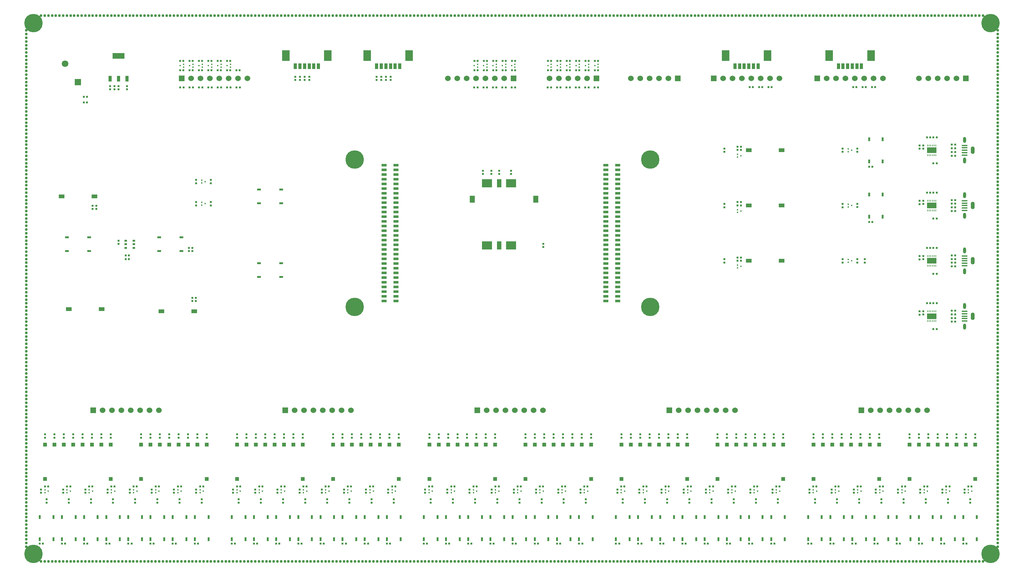
<source format=gbr>
%TF.GenerationSoftware,Altium Limited,Altium Designer,20.0.13 (296)*%
G04 Layer_Color=255*
%FSLAX26Y26*%
%MOIN*%
%TF.FileFunction,Pads,Top*%
%TF.Part,Single*%
G01*
G75*
%TA.AperFunction,SMDPad,CuDef*%
%ADD10R,0.018504X0.020472*%
%ADD11R,0.020472X0.018504*%
%ADD12R,0.023622X0.019685*%
%ADD13R,0.015748X0.015748*%
%ADD14R,0.015748X0.015748*%
%ADD15R,0.059055X0.043307*%
%ADD16R,0.031496X0.019685*%
%ADD17R,0.009842X0.019685*%
%ADD18R,0.098425X0.062992*%
%TA.AperFunction,ConnectorPad*%
%ADD19R,0.059055X0.017716*%
%TA.AperFunction,SMDPad,CuDef*%
%ADD20R,0.082677X0.118110*%
G04:AMPARAMS|DCode=21|XSize=62.992mil|YSize=31.89mil|CornerRadius=3.189mil|HoleSize=0mil|Usage=FLASHONLY|Rotation=270.000|XOffset=0mil|YOffset=0mil|HoleType=Round|Shape=RoundedRectangle|*
%AMROUNDEDRECTD21*
21,1,0.062992,0.025512,0,0,270.0*
21,1,0.056614,0.031890,0,0,270.0*
1,1,0.006378,-0.012756,-0.028307*
1,1,0.006378,-0.012756,0.028307*
1,1,0.006378,0.012756,0.028307*
1,1,0.006378,0.012756,-0.028307*
%
%ADD21ROUNDEDRECTD21*%
%ADD22R,0.039370X0.019685*%
%ADD23R,0.019685X0.023622*%
%ADD24R,0.037402X0.059055*%
%ADD25R,0.127953X0.059055*%
%ADD26R,0.057087X0.076772*%
%ADD27R,0.110236X0.086614*%
%ADD28R,0.047244X0.086614*%
%ADD29R,0.019685X0.039370*%
%TA.AperFunction,BGAPad,CuDef*%
%ADD30R,0.043307X0.043307*%
%TA.AperFunction,SMDPad,CuDef*%
%ADD31R,0.057870X0.029130*%
%TA.AperFunction,ComponentPad*%
%ADD35O,0.043307X0.078740*%
%ADD36O,0.031496X0.062992*%
%ADD37R,0.060000X0.060000*%
%ADD38C,0.060000*%
%ADD39R,0.070866X0.070866*%
%ADD40C,0.070866*%
%TA.AperFunction,ViaPad*%
%ADD41C,0.029528*%
%ADD42C,0.196850*%
D10*
X5256302Y228346D02*
D03*
X5222444D02*
D03*
X5492523D02*
D03*
X5458665D02*
D03*
X5728743D02*
D03*
X5694885D02*
D03*
X5964964D02*
D03*
X5931105D02*
D03*
X6358664D02*
D03*
X6324806D02*
D03*
X6594885D02*
D03*
X6561027D02*
D03*
X6831105D02*
D03*
X6797247D02*
D03*
X7067326D02*
D03*
X7033468D02*
D03*
X7303546D02*
D03*
X7269688D02*
D03*
X7539767D02*
D03*
X7505909D02*
D03*
X7775987D02*
D03*
X7742129D02*
D03*
X8012208D02*
D03*
X7978350D02*
D03*
X10059452D02*
D03*
X10025594D02*
D03*
X9823231D02*
D03*
X9789373D02*
D03*
X9587011D02*
D03*
X9553153D02*
D03*
X9350790D02*
D03*
X9316932D02*
D03*
X9114570D02*
D03*
X9080712D02*
D03*
X8878350D02*
D03*
X8844491D02*
D03*
X8642129D02*
D03*
X8608271D02*
D03*
X8405909D02*
D03*
X8372050D02*
D03*
X1098425Y3267716D02*
D03*
X1132283D02*
D03*
X1098425Y3307087D02*
D03*
X1132283D02*
D03*
X9055512Y3661417D02*
D03*
X9021654D02*
D03*
X9055512Y4251968D02*
D03*
X9021654D02*
D03*
X9904331Y2598425D02*
D03*
X9938189D02*
D03*
Y2637795D02*
D03*
X9904331D02*
D03*
Y2677165D02*
D03*
X9938189D02*
D03*
X9904331Y2716535D02*
D03*
X9938189D02*
D03*
X9904331Y3188976D02*
D03*
X9938189D02*
D03*
Y3228347D02*
D03*
X9904331D02*
D03*
Y3267716D02*
D03*
X9938189D02*
D03*
X9904331Y3307087D02*
D03*
X9938189D02*
D03*
X9904331Y3779528D02*
D03*
X9938189D02*
D03*
Y3818898D02*
D03*
X9904331D02*
D03*
Y3858268D02*
D03*
X9938189D02*
D03*
X9904331Y3897638D02*
D03*
X9938189D02*
D03*
X9741929Y3700787D02*
D03*
X9708071D02*
D03*
X9741929Y3110236D02*
D03*
X9708071D02*
D03*
X9741929Y2519685D02*
D03*
X9708071D02*
D03*
X9741929Y2795276D02*
D03*
X9708071D02*
D03*
X9741929Y3385827D02*
D03*
X9708071D02*
D03*
X9741929Y3976378D02*
D03*
X9708071D02*
D03*
X9673898D02*
D03*
X9640039D02*
D03*
X9673898Y3385827D02*
D03*
X9640039D02*
D03*
X9673898Y2795276D02*
D03*
X9640039D02*
D03*
X9741929Y4291339D02*
D03*
X9708071D02*
D03*
X9741929Y4566929D02*
D03*
X9708071D02*
D03*
X9673898D02*
D03*
X9640039D02*
D03*
X9904331Y4370079D02*
D03*
X9938189D02*
D03*
Y4409449D02*
D03*
X9904331D02*
D03*
Y4448819D02*
D03*
X9938189D02*
D03*
X9904331Y4488189D02*
D03*
X9938189D02*
D03*
X7749606Y5103028D02*
D03*
X7783465D02*
D03*
X7849606D02*
D03*
X7883465D02*
D03*
X7949606D02*
D03*
X7983465D02*
D03*
X1680315Y5381929D02*
D03*
X1714173D02*
D03*
X1680315Y5281929D02*
D03*
X1714173D02*
D03*
X3264173Y838740D02*
D03*
X3230315D02*
D03*
X3500394D02*
D03*
X3466535D02*
D03*
X3736614D02*
D03*
X3702756D02*
D03*
X3972835D02*
D03*
X3938976D02*
D03*
X2319291D02*
D03*
X2285433D02*
D03*
X2555512D02*
D03*
X2521654D02*
D03*
X2791732D02*
D03*
X2757874D02*
D03*
X3027953D02*
D03*
X2994095D02*
D03*
X5311417D02*
D03*
X5277559D02*
D03*
X5547638D02*
D03*
X5513780D02*
D03*
X5783858D02*
D03*
X5750000D02*
D03*
X6020079D02*
D03*
X5986221D02*
D03*
X4366535D02*
D03*
X4332677D02*
D03*
X4602756D02*
D03*
X4568898D02*
D03*
X4838976D02*
D03*
X4805118D02*
D03*
X5075197D02*
D03*
X5041339D02*
D03*
X7358661D02*
D03*
X7324803D02*
D03*
X7594882D02*
D03*
X7561024D02*
D03*
X7831102D02*
D03*
X7797244D02*
D03*
X8067323D02*
D03*
X8033465D02*
D03*
X6413779D02*
D03*
X6379921D02*
D03*
X6650000D02*
D03*
X6616142D02*
D03*
X6886220D02*
D03*
X6852362D02*
D03*
X7122441D02*
D03*
X7088583D02*
D03*
X9405906D02*
D03*
X9372047D02*
D03*
X9642126D02*
D03*
X9608268D02*
D03*
X9878346D02*
D03*
X9844488D02*
D03*
X10114567D02*
D03*
X10080709D02*
D03*
X8461024D02*
D03*
X8427165D02*
D03*
X8697244D02*
D03*
X8663386D02*
D03*
X8933465D02*
D03*
X8899606D02*
D03*
X9169685D02*
D03*
X9135827D02*
D03*
X508268D02*
D03*
X474409D02*
D03*
X744488D02*
D03*
X710630D02*
D03*
X980709D02*
D03*
X946850D02*
D03*
X1216929D02*
D03*
X1183071D02*
D03*
X1453150D02*
D03*
X1419291D02*
D03*
X1689370D02*
D03*
X1655512D02*
D03*
X1925591D02*
D03*
X1891732D02*
D03*
X272835D02*
D03*
X238976D02*
D03*
X2230318Y228346D02*
D03*
X2264176D02*
D03*
X2466539D02*
D03*
X2500397D02*
D03*
X2702759D02*
D03*
X2736617D02*
D03*
X2938979D02*
D03*
X2972838D02*
D03*
X3175200D02*
D03*
X3209058D02*
D03*
X3411421D02*
D03*
X3445279D02*
D03*
X3647641D02*
D03*
X3681499D02*
D03*
X3883861D02*
D03*
X3917720D02*
D03*
X4277562D02*
D03*
X4311420D02*
D03*
X4513783D02*
D03*
X4547641D02*
D03*
X4750003D02*
D03*
X4783861D02*
D03*
X4986224D02*
D03*
X5020082D02*
D03*
X419291D02*
D03*
X453150D02*
D03*
X655512D02*
D03*
X689370D02*
D03*
X891732D02*
D03*
X925591D02*
D03*
X1127953D02*
D03*
X1161811D02*
D03*
X1364173D02*
D03*
X1398032D02*
D03*
X1600394D02*
D03*
X1634252D02*
D03*
X1836614D02*
D03*
X1870472D02*
D03*
X183071D02*
D03*
X216929D02*
D03*
X5214961Y5381929D02*
D03*
X5248819D02*
D03*
X4914961D02*
D03*
X4948819D02*
D03*
X4814961D02*
D03*
X4848819D02*
D03*
X5214961Y5281929D02*
D03*
X5248819D02*
D03*
X4914961D02*
D03*
X4948819D02*
D03*
X4814961D02*
D03*
X4848819D02*
D03*
X5014961Y5381929D02*
D03*
X5048819D02*
D03*
X5114961D02*
D03*
X5148819D02*
D03*
X5014961Y5281929D02*
D03*
X5048819D02*
D03*
X5114961D02*
D03*
X5148819D02*
D03*
X1880315Y5381929D02*
D03*
X1914173D02*
D03*
X1780315Y5381929D02*
D03*
X1814173D02*
D03*
X686220Y5000000D02*
D03*
X652362D02*
D03*
X1880315Y5281929D02*
D03*
X1914173D02*
D03*
X1780315D02*
D03*
X1814173D02*
D03*
X2180315Y5381929D02*
D03*
X2214173D02*
D03*
X2080315D02*
D03*
X2114173D02*
D03*
X1980315D02*
D03*
X2014173D02*
D03*
X2314173Y5281929D02*
D03*
X2280315D02*
D03*
X2180315D02*
D03*
X2214173D02*
D03*
X2080315D02*
D03*
X2114173D02*
D03*
X1980315D02*
D03*
X2014173D02*
D03*
X5899213Y5381929D02*
D03*
X5933071D02*
D03*
X5999213D02*
D03*
X6033071D02*
D03*
X6099213D02*
D03*
X6133071D02*
D03*
X5899213Y5281929D02*
D03*
X5933071D02*
D03*
X5999213D02*
D03*
X6033071D02*
D03*
X6099213D02*
D03*
X6133071D02*
D03*
X5599213Y5381929D02*
D03*
X5633071D02*
D03*
X5699213D02*
D03*
X5733071D02*
D03*
X5799213D02*
D03*
X5833071D02*
D03*
X5599213Y5281929D02*
D03*
X5633071D02*
D03*
X5699213D02*
D03*
X5733071D02*
D03*
X5799213D02*
D03*
X5833071D02*
D03*
X8951969Y5103028D02*
D03*
X8985827D02*
D03*
X9051969D02*
D03*
X9085827D02*
D03*
X8851969D02*
D03*
X8885827D02*
D03*
D11*
X1811024Y3352362D02*
D03*
Y3386220D02*
D03*
X1771653D02*
D03*
Y3352362D02*
D03*
X2007874Y3875197D02*
D03*
Y3841339D02*
D03*
Y4111417D02*
D03*
Y4077559D02*
D03*
X746457Y3835827D02*
D03*
Y3801968D02*
D03*
X785039D02*
D03*
Y3835827D02*
D03*
X1023622Y3428740D02*
D03*
Y3462599D02*
D03*
X7655118Y3250787D02*
D03*
Y3284646D02*
D03*
X7619685D02*
D03*
Y3250787D02*
D03*
X7655118Y3841339D02*
D03*
Y3875197D02*
D03*
X7619685D02*
D03*
Y3841339D02*
D03*
X7655118Y4431890D02*
D03*
Y4465748D02*
D03*
X7619685D02*
D03*
Y4431890D02*
D03*
X8897638Y3231102D02*
D03*
Y3264961D02*
D03*
X8976378D02*
D03*
Y3231102D02*
D03*
X8897638Y3821654D02*
D03*
Y3855512D02*
D03*
Y4412205D02*
D03*
Y4446063D02*
D03*
X9600000Y2674803D02*
D03*
Y2708661D02*
D03*
Y3265354D02*
D03*
Y3299213D02*
D03*
Y3855906D02*
D03*
Y3889764D02*
D03*
Y4446457D02*
D03*
Y4480315D02*
D03*
X3872457Y5179921D02*
D03*
Y5213780D02*
D03*
X3823244Y5179921D02*
D03*
Y5213780D02*
D03*
X3774032Y5179921D02*
D03*
Y5213780D02*
D03*
X3006315Y5179921D02*
D03*
Y5213780D02*
D03*
X2957102Y5179921D02*
D03*
Y5213780D02*
D03*
X2907890Y5179921D02*
D03*
Y5213780D02*
D03*
X1848032Y2851929D02*
D03*
Y2818071D02*
D03*
X1809449D02*
D03*
Y2851929D02*
D03*
X1114173Y5078012D02*
D03*
Y5111870D02*
D03*
X1023622D02*
D03*
Y5078012D02*
D03*
X978346D02*
D03*
Y5111870D02*
D03*
X933071Y5078012D02*
D03*
Y5111870D02*
D03*
X5551102Y3397126D02*
D03*
Y3430984D02*
D03*
X4906221Y4176654D02*
D03*
Y4210512D02*
D03*
X4995984Y4176654D02*
D03*
Y4210512D02*
D03*
X5078661Y4176654D02*
D03*
Y4210512D02*
D03*
X5206221Y4176654D02*
D03*
Y4210512D02*
D03*
X3188976Y771811D02*
D03*
Y805669D02*
D03*
X3425197Y771811D02*
D03*
Y805669D02*
D03*
X3661417Y771811D02*
D03*
Y805669D02*
D03*
X3897638Y771811D02*
D03*
Y805669D02*
D03*
X2244095Y771811D02*
D03*
Y805669D02*
D03*
X2480315Y771811D02*
D03*
Y805669D02*
D03*
X2716535Y771811D02*
D03*
Y805669D02*
D03*
X2952756Y771811D02*
D03*
Y805669D02*
D03*
X5236221Y771811D02*
D03*
Y805669D02*
D03*
X5472441Y771811D02*
D03*
Y805669D02*
D03*
X5708661Y771811D02*
D03*
Y805669D02*
D03*
X5944882Y771811D02*
D03*
Y805669D02*
D03*
X4291339Y771811D02*
D03*
Y805669D02*
D03*
X4527559Y771811D02*
D03*
Y805669D02*
D03*
X4763779Y771811D02*
D03*
Y805669D02*
D03*
X5000000Y771811D02*
D03*
Y805669D02*
D03*
X7283465Y771811D02*
D03*
Y805669D02*
D03*
X7519685Y771811D02*
D03*
Y805669D02*
D03*
X7755905Y771811D02*
D03*
Y805669D02*
D03*
X7992126Y771811D02*
D03*
Y805669D02*
D03*
X6338583Y771811D02*
D03*
Y805669D02*
D03*
X6574803Y771811D02*
D03*
Y805669D02*
D03*
X6811024Y771811D02*
D03*
Y805669D02*
D03*
X7047244Y771811D02*
D03*
Y805669D02*
D03*
X9330709Y771811D02*
D03*
Y805669D02*
D03*
X9566929Y771811D02*
D03*
Y805669D02*
D03*
X9803150Y771811D02*
D03*
Y805669D02*
D03*
X10039370Y771811D02*
D03*
Y805669D02*
D03*
X8385827Y771811D02*
D03*
Y805669D02*
D03*
X8622047Y771811D02*
D03*
Y805669D02*
D03*
X8858268Y771811D02*
D03*
Y805669D02*
D03*
X9094488Y771811D02*
D03*
Y805669D02*
D03*
X433071Y771811D02*
D03*
Y805669D02*
D03*
X669291Y771811D02*
D03*
Y805669D02*
D03*
X905512Y771811D02*
D03*
Y805669D02*
D03*
X1141732Y771811D02*
D03*
Y805669D02*
D03*
X1377953Y771811D02*
D03*
Y805669D02*
D03*
X1614173Y771811D02*
D03*
Y805669D02*
D03*
X1850394Y771811D02*
D03*
Y805669D02*
D03*
X196850Y771811D02*
D03*
Y805669D02*
D03*
X10153150Y1361024D02*
D03*
Y1394882D02*
D03*
X10053150Y1361024D02*
D03*
Y1394882D02*
D03*
X9953150Y1361024D02*
D03*
Y1394882D02*
D03*
X9853150Y1361024D02*
D03*
Y1394882D02*
D03*
X9753150Y1361024D02*
D03*
Y1394882D02*
D03*
X9653150Y1361024D02*
D03*
Y1394882D02*
D03*
X9553150Y1361024D02*
D03*
Y1394882D02*
D03*
X9453150Y1361024D02*
D03*
Y1394882D02*
D03*
X7405905Y1361024D02*
D03*
Y1394882D02*
D03*
X7505905Y1361024D02*
D03*
Y1394882D02*
D03*
X7605905Y1361024D02*
D03*
Y1394882D02*
D03*
X7705905Y1361024D02*
D03*
Y1394882D02*
D03*
X7805905Y1361024D02*
D03*
Y1394882D02*
D03*
X7905905Y1361024D02*
D03*
Y1394882D02*
D03*
X8005905Y1361024D02*
D03*
Y1394882D02*
D03*
X8105905Y1361024D02*
D03*
Y1394882D02*
D03*
X5358661Y1361024D02*
D03*
Y1394882D02*
D03*
X5458661Y1361024D02*
D03*
Y1394882D02*
D03*
X5558661Y1361024D02*
D03*
Y1394882D02*
D03*
X5658661Y1361024D02*
D03*
Y1394882D02*
D03*
X5758661Y1361024D02*
D03*
Y1394882D02*
D03*
X5858661Y1361024D02*
D03*
Y1394882D02*
D03*
X5958661Y1361024D02*
D03*
Y1394882D02*
D03*
X6058661Y1361024D02*
D03*
Y1394882D02*
D03*
X3311417Y1361024D02*
D03*
Y1394882D02*
D03*
X3411417Y1361024D02*
D03*
Y1394882D02*
D03*
X3511417Y1361024D02*
D03*
Y1394882D02*
D03*
X3611417Y1361024D02*
D03*
Y1394882D02*
D03*
X3711417Y1361024D02*
D03*
Y1394882D02*
D03*
X3811417Y1361024D02*
D03*
Y1394882D02*
D03*
X3911417Y1361024D02*
D03*
Y1394882D02*
D03*
X4011417Y1361024D02*
D03*
Y1394882D02*
D03*
X9129528Y1361024D02*
D03*
Y1394882D02*
D03*
X9029528Y1361024D02*
D03*
Y1394882D02*
D03*
X8929528Y1361024D02*
D03*
Y1394882D02*
D03*
X8829528Y1361024D02*
D03*
Y1394882D02*
D03*
X8729528Y1361024D02*
D03*
Y1394882D02*
D03*
X8629528Y1361024D02*
D03*
Y1394882D02*
D03*
X8529528Y1361024D02*
D03*
Y1394882D02*
D03*
X8429528Y1361024D02*
D03*
Y1394882D02*
D03*
X7082283Y1361024D02*
D03*
Y1394882D02*
D03*
X6982283Y1361024D02*
D03*
Y1394882D02*
D03*
X6882283Y1361024D02*
D03*
Y1394882D02*
D03*
X6782283Y1361024D02*
D03*
Y1394882D02*
D03*
X6682283Y1361024D02*
D03*
Y1394882D02*
D03*
X6582283Y1361024D02*
D03*
Y1394882D02*
D03*
X6482283Y1361024D02*
D03*
Y1394882D02*
D03*
X6382283Y1361024D02*
D03*
Y1394882D02*
D03*
X5035039Y1361024D02*
D03*
Y1394882D02*
D03*
X4935039Y1361024D02*
D03*
Y1394882D02*
D03*
X4835039Y1361024D02*
D03*
Y1394882D02*
D03*
X4735039Y1361024D02*
D03*
Y1394882D02*
D03*
X4635039Y1361024D02*
D03*
Y1394882D02*
D03*
X4535039Y1361024D02*
D03*
Y1394882D02*
D03*
X4435039Y1361024D02*
D03*
Y1394882D02*
D03*
X4335039Y1361024D02*
D03*
Y1394882D02*
D03*
X2287795Y1361024D02*
D03*
Y1394882D02*
D03*
X2387795Y1361024D02*
D03*
Y1394882D02*
D03*
X2487795Y1361024D02*
D03*
Y1394882D02*
D03*
X2587795Y1361024D02*
D03*
Y1394882D02*
D03*
X2687795Y1361024D02*
D03*
Y1394882D02*
D03*
X2787795Y1361024D02*
D03*
Y1394882D02*
D03*
X2887795Y1361024D02*
D03*
Y1394882D02*
D03*
X2987795Y1361024D02*
D03*
Y1394882D02*
D03*
X1264173Y1361024D02*
D03*
Y1394882D02*
D03*
X1364173Y1361024D02*
D03*
Y1394882D02*
D03*
X1464173Y1361024D02*
D03*
Y1394882D02*
D03*
X1564173Y1361024D02*
D03*
Y1394882D02*
D03*
X1664173Y1361024D02*
D03*
Y1394882D02*
D03*
X1764173Y1361024D02*
D03*
Y1394882D02*
D03*
X1864173Y1361024D02*
D03*
Y1394882D02*
D03*
X1964173Y1361024D02*
D03*
Y1394882D02*
D03*
X940000Y1361024D02*
D03*
Y1394882D02*
D03*
X840000Y1361024D02*
D03*
Y1394882D02*
D03*
X740000Y1361024D02*
D03*
Y1394882D02*
D03*
X640000Y1361024D02*
D03*
Y1394882D02*
D03*
X540000Y1361024D02*
D03*
Y1394882D02*
D03*
X440000Y1361024D02*
D03*
Y1394882D02*
D03*
X340000Y1361024D02*
D03*
Y1394882D02*
D03*
X240000Y1361024D02*
D03*
Y1394882D02*
D03*
D12*
X1850394Y3875197D02*
D03*
Y3839764D02*
D03*
Y4112205D02*
D03*
Y4076772D02*
D03*
X7480315Y3230315D02*
D03*
Y3265748D02*
D03*
Y3820866D02*
D03*
Y3856299D02*
D03*
Y4411417D02*
D03*
Y4446850D02*
D03*
X8740157Y3230315D02*
D03*
Y3265748D02*
D03*
Y3820866D02*
D03*
Y3856299D02*
D03*
Y4411417D02*
D03*
Y4446850D02*
D03*
X9560000Y2708661D02*
D03*
Y2673228D02*
D03*
Y3299213D02*
D03*
Y3263780D02*
D03*
Y3889764D02*
D03*
Y3854331D02*
D03*
Y4480315D02*
D03*
Y4444882D02*
D03*
X3921669Y5178347D02*
D03*
Y5213780D02*
D03*
X3055528Y5178347D02*
D03*
Y5213780D02*
D03*
X9389764Y702716D02*
D03*
Y667284D02*
D03*
X9625984Y702716D02*
D03*
Y667284D02*
D03*
X9862205Y702716D02*
D03*
Y667284D02*
D03*
X10098425Y702716D02*
D03*
Y667284D02*
D03*
X8444882Y702716D02*
D03*
Y667284D02*
D03*
X8681102Y702716D02*
D03*
Y667284D02*
D03*
X8917323Y702716D02*
D03*
Y667284D02*
D03*
X9153543Y702716D02*
D03*
Y667284D02*
D03*
X7342520Y702716D02*
D03*
Y667284D02*
D03*
X7578740Y702716D02*
D03*
Y667284D02*
D03*
X7814961Y702716D02*
D03*
Y667284D02*
D03*
X8051181Y702716D02*
D03*
Y667284D02*
D03*
X6397638Y702716D02*
D03*
Y667284D02*
D03*
X6633858Y702716D02*
D03*
Y667284D02*
D03*
X6870079Y702716D02*
D03*
Y667284D02*
D03*
X7106299Y702716D02*
D03*
Y667284D02*
D03*
X5295276Y702716D02*
D03*
Y667284D02*
D03*
X5531496Y702716D02*
D03*
Y667284D02*
D03*
X5767717Y702716D02*
D03*
Y667284D02*
D03*
X6003937Y702716D02*
D03*
Y667284D02*
D03*
X4350394Y702716D02*
D03*
Y667284D02*
D03*
X4586614Y702716D02*
D03*
Y667284D02*
D03*
X4822835Y702716D02*
D03*
Y667284D02*
D03*
X5059055Y702716D02*
D03*
Y667284D02*
D03*
X3248032Y702716D02*
D03*
Y667284D02*
D03*
X3484252Y702716D02*
D03*
Y667284D02*
D03*
X3720472Y702716D02*
D03*
Y667284D02*
D03*
X3956693Y702716D02*
D03*
Y667284D02*
D03*
X2303150Y702716D02*
D03*
Y667284D02*
D03*
X2539370Y702716D02*
D03*
Y667284D02*
D03*
X2775590Y702716D02*
D03*
Y667284D02*
D03*
X3011811Y702716D02*
D03*
Y667284D02*
D03*
X492126Y702716D02*
D03*
Y667284D02*
D03*
X728346Y702716D02*
D03*
Y667284D02*
D03*
X964567Y702716D02*
D03*
Y667284D02*
D03*
X1200787Y702716D02*
D03*
Y667284D02*
D03*
X1437008Y702716D02*
D03*
Y667284D02*
D03*
X1673228Y702716D02*
D03*
Y667284D02*
D03*
X1909449Y702716D02*
D03*
Y667284D02*
D03*
X255905Y702716D02*
D03*
Y667284D02*
D03*
D13*
X1946850Y3858268D02*
D03*
Y4094488D02*
D03*
X7655512Y3188976D02*
D03*
Y3779528D02*
D03*
Y4370079D02*
D03*
X8836614Y3248032D02*
D03*
Y3838583D02*
D03*
Y4429134D02*
D03*
X1679528Y5331929D02*
D03*
X3265748Y788740D02*
D03*
X3501968D02*
D03*
X3738189D02*
D03*
X3974409D02*
D03*
X2320866D02*
D03*
X2557087D02*
D03*
X2793307D02*
D03*
X3029528D02*
D03*
X5312992D02*
D03*
X5549213D02*
D03*
X5785433D02*
D03*
X6021654D02*
D03*
X4368110D02*
D03*
X4604331D02*
D03*
X4840551D02*
D03*
X5076772D02*
D03*
X7360236D02*
D03*
X7596457D02*
D03*
X7832677D02*
D03*
X8068898D02*
D03*
X6415354D02*
D03*
X6651575D02*
D03*
X6887795D02*
D03*
X7124016D02*
D03*
X9407480D02*
D03*
X9643701D02*
D03*
X9879921D02*
D03*
X10116142D02*
D03*
X8462598D02*
D03*
X8698819D02*
D03*
X8935039D02*
D03*
X9171260D02*
D03*
X509842D02*
D03*
X746063D02*
D03*
X982283D02*
D03*
X1218504D02*
D03*
X1454724D02*
D03*
X1690945D02*
D03*
X1927165D02*
D03*
X273622D02*
D03*
X5212323Y5331929D02*
D03*
X4914173D02*
D03*
X4814173D02*
D03*
X5014173D02*
D03*
X5114173D02*
D03*
X1879528D02*
D03*
X1779528D02*
D03*
X2179528D02*
D03*
X2079528D02*
D03*
X1979528D02*
D03*
X5898425D02*
D03*
X5998425D02*
D03*
X6098425D02*
D03*
X5598425D02*
D03*
X5698425D02*
D03*
X5798425D02*
D03*
D14*
X1911417Y3843504D02*
D03*
Y3873032D02*
D03*
Y4079724D02*
D03*
Y4109252D02*
D03*
X7620079Y3203740D02*
D03*
Y3174213D02*
D03*
Y3794291D02*
D03*
Y3764764D02*
D03*
Y4384842D02*
D03*
Y4355315D02*
D03*
X8801181Y3262795D02*
D03*
Y3233268D02*
D03*
Y3853347D02*
D03*
Y3823819D02*
D03*
Y4443898D02*
D03*
Y4414370D02*
D03*
X1714961Y5317165D02*
D03*
Y5346693D02*
D03*
X3230315Y803504D02*
D03*
Y773976D02*
D03*
X3466535Y803504D02*
D03*
Y773976D02*
D03*
X3702756Y803504D02*
D03*
Y773976D02*
D03*
X3938976Y803504D02*
D03*
Y773976D02*
D03*
X2285433Y803504D02*
D03*
Y773976D02*
D03*
X2521654Y803504D02*
D03*
Y773976D02*
D03*
X2757874Y803504D02*
D03*
Y773976D02*
D03*
X2994095Y803504D02*
D03*
Y773976D02*
D03*
X5277559Y803504D02*
D03*
Y773976D02*
D03*
X5513780Y803504D02*
D03*
Y773976D02*
D03*
X5750000Y803504D02*
D03*
Y773976D02*
D03*
X5986221Y803504D02*
D03*
Y773976D02*
D03*
X4332677Y803504D02*
D03*
Y773976D02*
D03*
X4568898Y803504D02*
D03*
Y773976D02*
D03*
X4805118Y803504D02*
D03*
Y773976D02*
D03*
X5041339Y803504D02*
D03*
Y773976D02*
D03*
X7324803Y803504D02*
D03*
Y773976D02*
D03*
X7561024Y803504D02*
D03*
Y773976D02*
D03*
X7797244Y803504D02*
D03*
Y773976D02*
D03*
X8033465Y803504D02*
D03*
Y773976D02*
D03*
X6379921Y803504D02*
D03*
Y773976D02*
D03*
X6616142Y803504D02*
D03*
Y773976D02*
D03*
X6852362Y803504D02*
D03*
Y773976D02*
D03*
X7088583Y803504D02*
D03*
Y773976D02*
D03*
X9372047Y803504D02*
D03*
Y773976D02*
D03*
X9608268Y803504D02*
D03*
Y773976D02*
D03*
X9844488Y803504D02*
D03*
Y773976D02*
D03*
X10080709Y803504D02*
D03*
Y773976D02*
D03*
X8427165Y803504D02*
D03*
Y773976D02*
D03*
X8663386Y803504D02*
D03*
Y773976D02*
D03*
X8899606Y803504D02*
D03*
Y773976D02*
D03*
X9135827Y803504D02*
D03*
Y773976D02*
D03*
X474409Y803504D02*
D03*
Y773976D02*
D03*
X710630Y803504D02*
D03*
Y773976D02*
D03*
X946850Y803504D02*
D03*
Y773976D02*
D03*
X1183071Y803504D02*
D03*
Y773976D02*
D03*
X1419291Y803504D02*
D03*
Y773976D02*
D03*
X1655512Y803504D02*
D03*
Y773976D02*
D03*
X1891732Y803504D02*
D03*
Y773976D02*
D03*
X238189Y803504D02*
D03*
Y773976D02*
D03*
X5247756Y5317165D02*
D03*
Y5346693D02*
D03*
X4949606Y5317165D02*
D03*
Y5346693D02*
D03*
X4849606Y5317165D02*
D03*
Y5346693D02*
D03*
X5049606Y5317165D02*
D03*
Y5346693D02*
D03*
X5149606Y5317165D02*
D03*
Y5346693D02*
D03*
X1914961Y5317165D02*
D03*
Y5346693D02*
D03*
X1814961Y5317165D02*
D03*
Y5346693D02*
D03*
X2214961Y5317165D02*
D03*
Y5346693D02*
D03*
X2114961Y5317165D02*
D03*
Y5346693D02*
D03*
X2014961Y5317165D02*
D03*
Y5346693D02*
D03*
X5933858Y5317165D02*
D03*
Y5346693D02*
D03*
X6033858Y5317165D02*
D03*
Y5346693D02*
D03*
X6133858Y5317165D02*
D03*
Y5346693D02*
D03*
X5633858Y5317165D02*
D03*
Y5346693D02*
D03*
X5733858Y5317165D02*
D03*
Y5346693D02*
D03*
X5833858Y5317165D02*
D03*
Y5346693D02*
D03*
D15*
X415354Y3937008D02*
D03*
X765748D02*
D03*
X7738189Y3248032D02*
D03*
X8088583D02*
D03*
X7738189Y3838583D02*
D03*
X8088583D02*
D03*
X7738189Y4429134D02*
D03*
X8088583D02*
D03*
X844488Y2731457D02*
D03*
X494094D02*
D03*
X1828740Y2710000D02*
D03*
X1478346D02*
D03*
D16*
X1185039Y3425197D02*
D03*
Y3462599D02*
D03*
Y3387795D02*
D03*
X1098425D02*
D03*
Y3425197D02*
D03*
Y3462599D02*
D03*
D17*
X9698858Y3787402D02*
D03*
X9716575D02*
D03*
X9734291D02*
D03*
X9681142D02*
D03*
X9663425D02*
D03*
X9645709D02*
D03*
X9698858Y3889764D02*
D03*
X9716575D02*
D03*
X9734291D02*
D03*
X9681142D02*
D03*
X9663425D02*
D03*
X9645709D02*
D03*
X9698858Y3196850D02*
D03*
X9716575D02*
D03*
X9734291D02*
D03*
X9681142D02*
D03*
X9663425D02*
D03*
X9645709D02*
D03*
X9698858Y3299213D02*
D03*
X9716575D02*
D03*
X9734291D02*
D03*
X9681142D02*
D03*
X9663425D02*
D03*
X9645709D02*
D03*
X9698858Y2606299D02*
D03*
X9716575D02*
D03*
X9734291D02*
D03*
X9681142D02*
D03*
X9663425D02*
D03*
X9645709D02*
D03*
X9698858Y2708661D02*
D03*
X9716575D02*
D03*
X9734291D02*
D03*
X9681142D02*
D03*
X9663425D02*
D03*
X9645709D02*
D03*
X9698858Y4377953D02*
D03*
X9716575D02*
D03*
X9734291D02*
D03*
X9681142D02*
D03*
X9663425D02*
D03*
X9645709D02*
D03*
X9698858Y4480315D02*
D03*
X9716575D02*
D03*
X9734291D02*
D03*
X9681142D02*
D03*
X9663425D02*
D03*
X9645709D02*
D03*
D18*
X9690000Y3838583D02*
D03*
Y3248032D02*
D03*
Y2657480D02*
D03*
Y4429134D02*
D03*
D19*
X10039370Y2708661D02*
D03*
Y2683071D02*
D03*
Y2606299D02*
D03*
Y2631890D02*
D03*
Y2657480D02*
D03*
Y3299213D02*
D03*
Y3273622D02*
D03*
Y3196850D02*
D03*
Y3222441D02*
D03*
Y3248032D02*
D03*
Y3889764D02*
D03*
Y3864173D02*
D03*
Y3787402D02*
D03*
Y3812992D02*
D03*
Y3838583D02*
D03*
Y4480315D02*
D03*
Y4454725D02*
D03*
Y4377953D02*
D03*
Y4403543D02*
D03*
Y4429134D02*
D03*
D20*
X4120488Y5440945D02*
D03*
X3673638D02*
D03*
X3254347D02*
D03*
X2807496D02*
D03*
X9041748D02*
D03*
X8594898D02*
D03*
X7939386D02*
D03*
X7492535D02*
D03*
D21*
X3970882Y5326771D02*
D03*
X4020095D02*
D03*
X3921669D02*
D03*
X3823244D02*
D03*
X3872457D02*
D03*
X3774032D02*
D03*
X3104740D02*
D03*
X3153953D02*
D03*
X3055528D02*
D03*
X2957102D02*
D03*
X3006315D02*
D03*
X2907890D02*
D03*
X8892142D02*
D03*
X8941354D02*
D03*
X8842929D02*
D03*
X8744504D02*
D03*
X8793717D02*
D03*
X8695291D02*
D03*
X7789779D02*
D03*
X7838992D02*
D03*
X7740567D02*
D03*
X7642142D02*
D03*
X7691354D02*
D03*
X7592929D02*
D03*
D22*
X2519685Y3864173D02*
D03*
Y4009843D02*
D03*
X2755905Y3864173D02*
D03*
Y4009843D02*
D03*
X2519685Y3076772D02*
D03*
Y3222441D02*
D03*
X2755905Y3076772D02*
D03*
Y3222441D02*
D03*
X1692913Y3498032D02*
D03*
Y3352362D02*
D03*
X1456693Y3498032D02*
D03*
Y3352362D02*
D03*
X708661Y3498032D02*
D03*
Y3352362D02*
D03*
X472441Y3498032D02*
D03*
Y3352362D02*
D03*
D23*
X1815748Y5098425D02*
D03*
X1780315D02*
D03*
X1715748D02*
D03*
X1680315D02*
D03*
X5248819D02*
D03*
X5213386D02*
D03*
X4948819D02*
D03*
X4913386D02*
D03*
X4848819D02*
D03*
X4813386D02*
D03*
X5048819D02*
D03*
X5013386D02*
D03*
X5148819D02*
D03*
X5113386D02*
D03*
X687008Y4940945D02*
D03*
X651575D02*
D03*
X1915748Y5098425D02*
D03*
X1880315D02*
D03*
X2315748D02*
D03*
X2280315D02*
D03*
X2215748D02*
D03*
X2180315D02*
D03*
X2115748D02*
D03*
X2080315D02*
D03*
X2015748D02*
D03*
X1980315D02*
D03*
X5933071D02*
D03*
X5897638D02*
D03*
X6033071D02*
D03*
X5997638D02*
D03*
X6133071D02*
D03*
X6097638D02*
D03*
X5633071D02*
D03*
X5597638D02*
D03*
X5733071D02*
D03*
X5697638D02*
D03*
X5833071D02*
D03*
X5797638D02*
D03*
D24*
X1114173Y5192913D02*
D03*
X1023622D02*
D03*
X933071D02*
D03*
D25*
X1023622Y5437008D02*
D03*
D26*
X5470000Y3905000D02*
D03*
X4794409D02*
D03*
D27*
X5206221Y4075472D02*
D03*
X4951102D02*
D03*
X5206221Y3414055D02*
D03*
X4951102D02*
D03*
D28*
X5078661Y4075472D02*
D03*
Y3414055D02*
D03*
D29*
X10171263Y275591D02*
D03*
X10025594D02*
D03*
X10171263Y511811D02*
D03*
X10025594D02*
D03*
X9935042Y275591D02*
D03*
X9789373D02*
D03*
X9935042Y511811D02*
D03*
X9789373D02*
D03*
X9698822Y275591D02*
D03*
X9553153D02*
D03*
X9698822Y511811D02*
D03*
X9553153D02*
D03*
X9462602Y275591D02*
D03*
X9316932D02*
D03*
X9462602Y511811D02*
D03*
X9316932D02*
D03*
X9226381Y275591D02*
D03*
X9080712D02*
D03*
X9226381Y511811D02*
D03*
X9080712D02*
D03*
X8990161Y275591D02*
D03*
X8844491D02*
D03*
X8990161Y511811D02*
D03*
X8844491D02*
D03*
X8753940Y275591D02*
D03*
X8608271D02*
D03*
X8753940Y511811D02*
D03*
X8608271D02*
D03*
X8517720Y275591D02*
D03*
X8372050D02*
D03*
X8517720Y511811D02*
D03*
X8372050D02*
D03*
X6470475Y275591D02*
D03*
X6324806D02*
D03*
X6470475Y511811D02*
D03*
X6324806D02*
D03*
X6706696Y275591D02*
D03*
X6561027D02*
D03*
X6706696Y511811D02*
D03*
X6561027D02*
D03*
X6942917Y275591D02*
D03*
X6797247D02*
D03*
X6942917Y511811D02*
D03*
X6797247D02*
D03*
X7179137Y275591D02*
D03*
X7033468D02*
D03*
X7179137Y511811D02*
D03*
X7033468D02*
D03*
X7415357Y275591D02*
D03*
X7269688D02*
D03*
X7415357Y511811D02*
D03*
X7269688D02*
D03*
X7651578Y275591D02*
D03*
X7505909D02*
D03*
X7651578Y511811D02*
D03*
X7505909D02*
D03*
X7887798Y275591D02*
D03*
X7742129D02*
D03*
X7887798Y511811D02*
D03*
X7742129D02*
D03*
X8124019Y275591D02*
D03*
X7978350D02*
D03*
X8124019Y511811D02*
D03*
X7978350D02*
D03*
X4423231Y275591D02*
D03*
X4277562D02*
D03*
X4423231Y511811D02*
D03*
X4277562D02*
D03*
X4659452Y275591D02*
D03*
X4513783D02*
D03*
X4659452Y511811D02*
D03*
X4513783D02*
D03*
X4895672Y275591D02*
D03*
X4750003D02*
D03*
X4895672Y511811D02*
D03*
X4750003D02*
D03*
X5131893Y275591D02*
D03*
X4986224D02*
D03*
X5131893Y511811D02*
D03*
X4986224D02*
D03*
X5368113Y275591D02*
D03*
X5222444D02*
D03*
X5368113Y511811D02*
D03*
X5222444D02*
D03*
X5604334Y275591D02*
D03*
X5458665D02*
D03*
X5604334Y511811D02*
D03*
X5458665D02*
D03*
X5840554Y275591D02*
D03*
X5694885D02*
D03*
X5840554Y511811D02*
D03*
X5694885D02*
D03*
X6076775Y275591D02*
D03*
X5931105D02*
D03*
X6076775Y511811D02*
D03*
X5931105D02*
D03*
X2375987Y275591D02*
D03*
X2230318D02*
D03*
X2375987Y511811D02*
D03*
X2230318D02*
D03*
X2612208Y275591D02*
D03*
X2466539D02*
D03*
X2612208Y511811D02*
D03*
X2466539D02*
D03*
X2848428Y275591D02*
D03*
X2702759D02*
D03*
X2848428Y511811D02*
D03*
X2702759D02*
D03*
X3084649Y275591D02*
D03*
X2938979D02*
D03*
X3084649Y511811D02*
D03*
X2938979D02*
D03*
X3320869Y275591D02*
D03*
X3175200D02*
D03*
X3320869Y511811D02*
D03*
X3175200D02*
D03*
X3557090Y275591D02*
D03*
X3411421D02*
D03*
X3557090Y511811D02*
D03*
X3411421D02*
D03*
X3793310Y275591D02*
D03*
X3647641D02*
D03*
X3793310Y511811D02*
D03*
X3647641D02*
D03*
X4029531Y275591D02*
D03*
X3883861D02*
D03*
X4029531Y511811D02*
D03*
X3883861D02*
D03*
X328740Y275591D02*
D03*
X183071D02*
D03*
X328740Y511811D02*
D03*
X183071D02*
D03*
X564961Y275591D02*
D03*
X419291D02*
D03*
X564961Y511811D02*
D03*
X419291D02*
D03*
X801181Y275591D02*
D03*
X655512D02*
D03*
X801181Y511811D02*
D03*
X655512D02*
D03*
X1037401Y275591D02*
D03*
X891732D02*
D03*
X1037401Y511811D02*
D03*
X891732D02*
D03*
X1273622Y275591D02*
D03*
X1127953D02*
D03*
X1273622Y511811D02*
D03*
X1127953D02*
D03*
X1509842Y275591D02*
D03*
X1364173D02*
D03*
X1509842Y511811D02*
D03*
X1364173D02*
D03*
X1746063Y275591D02*
D03*
X1600394D02*
D03*
X1746063Y511811D02*
D03*
X1600394D02*
D03*
X1982283Y275591D02*
D03*
X1836614D02*
D03*
X1982283Y511811D02*
D03*
X1836614D02*
D03*
X9167323Y3720472D02*
D03*
X9021654D02*
D03*
X9167323Y3956693D02*
D03*
X9021654D02*
D03*
X9167323Y4311024D02*
D03*
X9021654D02*
D03*
X9167323Y4547244D02*
D03*
X9021654D02*
D03*
D30*
X8429528Y1285433D02*
D03*
X8529528D02*
D03*
X8629528D02*
D03*
X8729528D02*
D03*
X8829528D02*
D03*
X8929528D02*
D03*
X9029528D02*
D03*
X9129528D02*
D03*
X8429528Y919291D02*
D03*
X9129528D02*
D03*
X6382283Y1285433D02*
D03*
X6482283D02*
D03*
X6582283D02*
D03*
X6682283D02*
D03*
X6782283D02*
D03*
X6882283D02*
D03*
X6982283D02*
D03*
X7082283D02*
D03*
X6382283Y919291D02*
D03*
X7082283D02*
D03*
X4335039Y1285433D02*
D03*
X4435039D02*
D03*
X4535039D02*
D03*
X4635039D02*
D03*
X4735039D02*
D03*
X4835039D02*
D03*
X4935039D02*
D03*
X5035039D02*
D03*
X4335039Y919291D02*
D03*
X5035039D02*
D03*
X5358661Y1285433D02*
D03*
X5458661D02*
D03*
X5558661D02*
D03*
X5658661D02*
D03*
X5758661D02*
D03*
X5858661D02*
D03*
X5958661D02*
D03*
X6058661D02*
D03*
X5358661Y919291D02*
D03*
X6058661D02*
D03*
X7405905Y1285433D02*
D03*
X7505905D02*
D03*
X7605905D02*
D03*
X7705905D02*
D03*
X7805905D02*
D03*
X7905905D02*
D03*
X8005905D02*
D03*
X8105905D02*
D03*
X7405905Y919291D02*
D03*
X8105905D02*
D03*
X9453149Y1285433D02*
D03*
X9553149D02*
D03*
X9653149D02*
D03*
X9753149D02*
D03*
X9853149D02*
D03*
X9953149D02*
D03*
X10053149D02*
D03*
X10153149D02*
D03*
X9453149Y919291D02*
D03*
X10153149D02*
D03*
X3311417Y1285433D02*
D03*
X3411417D02*
D03*
X3511417D02*
D03*
X3611417D02*
D03*
X3711417D02*
D03*
X3811417D02*
D03*
X3911417D02*
D03*
X4011417D02*
D03*
X3311417Y919291D02*
D03*
X4011417D02*
D03*
X2287795Y1285433D02*
D03*
X2387795D02*
D03*
X2487795D02*
D03*
X2587795D02*
D03*
X2687795D02*
D03*
X2787795D02*
D03*
X2887795D02*
D03*
X2987795D02*
D03*
X2287795Y919291D02*
D03*
X2987795D02*
D03*
X1264173Y1285433D02*
D03*
X1364173D02*
D03*
X1464173D02*
D03*
X1564173D02*
D03*
X1664173D02*
D03*
X1764173D02*
D03*
X1864173D02*
D03*
X1964173D02*
D03*
X1264173Y919291D02*
D03*
X1964173D02*
D03*
X240551Y1285433D02*
D03*
X340551D02*
D03*
X440551D02*
D03*
X540551D02*
D03*
X640551D02*
D03*
X740551D02*
D03*
X840551D02*
D03*
X940551D02*
D03*
X240551Y919291D02*
D03*
X940551D02*
D03*
D31*
X6343028Y4268307D02*
D03*
X6216028D02*
D03*
X6343028Y4218307D02*
D03*
X6216028D02*
D03*
X6343028Y4168307D02*
D03*
X6216028D02*
D03*
X6343028Y4118307D02*
D03*
X6216028D02*
D03*
X6343028Y4068307D02*
D03*
X6216028D02*
D03*
X6343028Y4018307D02*
D03*
X6216028D02*
D03*
X6343028Y3968307D02*
D03*
X6216028D02*
D03*
X6343028Y3918307D02*
D03*
X6216028D02*
D03*
X6343028Y3868307D02*
D03*
X6216028D02*
D03*
X6343028Y3818307D02*
D03*
X6216028D02*
D03*
X6343028Y3768307D02*
D03*
X6216028D02*
D03*
X6343028Y3718307D02*
D03*
X6216028D02*
D03*
X6343028Y3668307D02*
D03*
X6216028D02*
D03*
X6343028Y3618307D02*
D03*
X6216028D02*
D03*
X6343028Y3568307D02*
D03*
X6216028D02*
D03*
X6343028Y3518307D02*
D03*
X6216028D02*
D03*
X6343028Y3468307D02*
D03*
X6216028D02*
D03*
X6343028Y3418307D02*
D03*
X6216028D02*
D03*
X6343028Y3368307D02*
D03*
X6216028D02*
D03*
X6343028Y3318307D02*
D03*
X6216028D02*
D03*
X6343028Y3268307D02*
D03*
X6216028D02*
D03*
X6343028Y3218307D02*
D03*
X6216028D02*
D03*
X6343028Y3168307D02*
D03*
X6216028D02*
D03*
X6343028Y3118307D02*
D03*
X6216028D02*
D03*
X6343028Y3068307D02*
D03*
X6216028D02*
D03*
X6343028Y3018307D02*
D03*
X6216028D02*
D03*
X6343028Y2968307D02*
D03*
X6216028D02*
D03*
X6343028Y2918307D02*
D03*
X6216028D02*
D03*
X6343028Y2868307D02*
D03*
X6216028D02*
D03*
X6343028Y2818307D02*
D03*
X6216028D02*
D03*
X3980823Y4268307D02*
D03*
X3853823D02*
D03*
X3980823Y4218307D02*
D03*
X3853823D02*
D03*
X3980823Y4168307D02*
D03*
X3853823D02*
D03*
X3980823Y4118307D02*
D03*
X3853823D02*
D03*
X3980823Y4068307D02*
D03*
X3853823D02*
D03*
X3980823Y4018307D02*
D03*
X3853823D02*
D03*
X3980823Y3968307D02*
D03*
X3853823D02*
D03*
X3980823Y3918307D02*
D03*
X3853823D02*
D03*
X3980823Y3868307D02*
D03*
X3853823D02*
D03*
X3980823Y3818307D02*
D03*
X3853823D02*
D03*
X3980823Y3768307D02*
D03*
X3853823D02*
D03*
X3980823Y3718307D02*
D03*
X3853823D02*
D03*
X3980823Y3668307D02*
D03*
X3853823D02*
D03*
X3980823Y3618307D02*
D03*
X3853823D02*
D03*
X3980823Y3568307D02*
D03*
X3853823D02*
D03*
X3980823Y3518307D02*
D03*
X3853823D02*
D03*
X3980823Y3468307D02*
D03*
X3853823D02*
D03*
X3980823Y3418307D02*
D03*
X3853823D02*
D03*
X3980823Y3368307D02*
D03*
X3853823D02*
D03*
X3980823Y3318307D02*
D03*
X3853823D02*
D03*
X3980823Y3268307D02*
D03*
X3853823D02*
D03*
X3980823Y3218307D02*
D03*
X3853823D02*
D03*
X3980823Y3168307D02*
D03*
X3853823D02*
D03*
X3980823Y3118307D02*
D03*
X3853823D02*
D03*
X3980823Y3068307D02*
D03*
X3853823D02*
D03*
X3980823Y3018307D02*
D03*
X3853823D02*
D03*
X3980823Y2968307D02*
D03*
X3853823D02*
D03*
X3980823Y2918307D02*
D03*
X3853823D02*
D03*
X3980823Y2868307D02*
D03*
X3853823D02*
D03*
X3980823Y2818307D02*
D03*
X3853823D02*
D03*
D35*
X10125984Y2657480D02*
D03*
Y3248032D02*
D03*
Y3838583D02*
D03*
Y4429134D02*
D03*
D36*
X10039370Y2767716D02*
D03*
Y2547244D02*
D03*
Y3358268D02*
D03*
Y3137795D02*
D03*
Y3948819D02*
D03*
Y3728347D02*
D03*
Y4539370D02*
D03*
Y4318898D02*
D03*
D37*
X6982283Y5196850D02*
D03*
X6116142D02*
D03*
X5231890D02*
D03*
X10053150D02*
D03*
X8468898D02*
D03*
X7366535D02*
D03*
X2799606Y1653543D02*
D03*
X4846850D02*
D03*
X6894095D02*
D03*
X8941339D02*
D03*
X752362D02*
D03*
X1697244Y5196850D02*
D03*
D38*
X6882283D02*
D03*
X6782283D02*
D03*
X6682283D02*
D03*
X6582283D02*
D03*
X6482283D02*
D03*
X6016142D02*
D03*
X5916142D02*
D03*
X5816142D02*
D03*
X5716142D02*
D03*
X5616142D02*
D03*
X5131890D02*
D03*
X5031890D02*
D03*
X4931890D02*
D03*
X4831890D02*
D03*
X4731890D02*
D03*
X4631890D02*
D03*
X4531890D02*
D03*
X9953150D02*
D03*
X9853150D02*
D03*
X9753150D02*
D03*
X9653150D02*
D03*
X9553150D02*
D03*
X8568898D02*
D03*
X8668898D02*
D03*
X8768898D02*
D03*
X8868898D02*
D03*
X8968898D02*
D03*
X9068898D02*
D03*
X9168898D02*
D03*
X7466535D02*
D03*
X7566535D02*
D03*
X7666535D02*
D03*
X7766535D02*
D03*
X7866535D02*
D03*
X7966535D02*
D03*
X8066535D02*
D03*
X2899606Y1653543D02*
D03*
X2999606D02*
D03*
X3099606D02*
D03*
X3199606D02*
D03*
X3299606D02*
D03*
X3399606D02*
D03*
X3499606D02*
D03*
X4946850D02*
D03*
X5046850D02*
D03*
X5146850D02*
D03*
X5246850D02*
D03*
X5346850D02*
D03*
X5446850D02*
D03*
X5546850D02*
D03*
X6994095D02*
D03*
X7094095D02*
D03*
X7194095D02*
D03*
X7294095D02*
D03*
X7394095D02*
D03*
X7494095D02*
D03*
X7594095D02*
D03*
X9041339D02*
D03*
X9141339D02*
D03*
X9241339D02*
D03*
X9341339D02*
D03*
X9441339D02*
D03*
X9541339D02*
D03*
X9641339D02*
D03*
X852362D02*
D03*
X952362D02*
D03*
X1052362D02*
D03*
X1152362D02*
D03*
X1252362D02*
D03*
X1352362D02*
D03*
X1452362D02*
D03*
X1797244Y5196850D02*
D03*
X1897244D02*
D03*
X1997244D02*
D03*
X2097244D02*
D03*
X2197244D02*
D03*
X2297244D02*
D03*
X2397244D02*
D03*
D39*
X590551Y5157480D02*
D03*
D40*
X452756Y5354331D02*
D03*
D41*
X10236206Y5866142D02*
D03*
X10196835D02*
D03*
X10157466D02*
D03*
X9881876D02*
D03*
X9921246D02*
D03*
X9960615D02*
D03*
X9999986D02*
D03*
X10039355D02*
D03*
X9842505D02*
D03*
X9803136D02*
D03*
X9763765D02*
D03*
X9724396D02*
D03*
X9685025D02*
D03*
X10118095D02*
D03*
X10078726D02*
D03*
X10236206Y39370D02*
D03*
X10196836D02*
D03*
X10157466D02*
D03*
X9881876D02*
D03*
X9921246D02*
D03*
X9960616D02*
D03*
X9999986D02*
D03*
X10039356D02*
D03*
X9842506D02*
D03*
X9803136D02*
D03*
X9763766D02*
D03*
X9724396D02*
D03*
X9685026D02*
D03*
X10118096D02*
D03*
X10078726D02*
D03*
X39370Y5354322D02*
D03*
Y5314952D02*
D03*
Y5275582D02*
D03*
Y5708651D02*
D03*
Y5669282D02*
D03*
Y5629912D02*
D03*
Y5590542D02*
D03*
Y5393691D02*
D03*
Y5433061D02*
D03*
Y5472431D02*
D03*
Y5511801D02*
D03*
Y5551172D02*
D03*
Y5236212D02*
D03*
Y4999992D02*
D03*
Y4960622D02*
D03*
Y4921252D02*
D03*
Y4881882D02*
D03*
Y4842511D02*
D03*
Y5039361D02*
D03*
Y5078731D02*
D03*
Y5118101D02*
D03*
Y5157471D02*
D03*
Y5196842D02*
D03*
Y4724401D02*
D03*
Y4763771D02*
D03*
Y4803141D02*
D03*
Y3858262D02*
D03*
Y3818892D02*
D03*
Y3779521D02*
D03*
Y4251962D02*
D03*
Y4212592D02*
D03*
Y4173221D02*
D03*
Y4133851D02*
D03*
Y4094481D02*
D03*
Y3897631D02*
D03*
Y3937001D02*
D03*
Y3976372D02*
D03*
Y4015742D02*
D03*
Y4055111D02*
D03*
Y4448811D02*
D03*
Y4409441D02*
D03*
Y4370072D02*
D03*
Y4330702D02*
D03*
Y4291332D02*
D03*
Y4488181D02*
D03*
Y4527551D02*
D03*
Y4566922D02*
D03*
Y4606292D02*
D03*
Y4685032D02*
D03*
Y4645662D02*
D03*
X10393701Y5354326D02*
D03*
Y5314956D02*
D03*
Y5275586D02*
D03*
Y5708656D02*
D03*
Y5669286D02*
D03*
Y5629916D02*
D03*
Y5590546D02*
D03*
Y5393696D02*
D03*
Y5433066D02*
D03*
Y5472436D02*
D03*
Y5511806D02*
D03*
Y5551176D02*
D03*
Y5236216D02*
D03*
Y4999996D02*
D03*
Y4960626D02*
D03*
Y4921256D02*
D03*
Y4881886D02*
D03*
Y4842516D02*
D03*
Y5039366D02*
D03*
Y5078736D02*
D03*
Y5118106D02*
D03*
Y5157476D02*
D03*
Y5196846D02*
D03*
Y4724406D02*
D03*
Y4763776D02*
D03*
Y4803146D02*
D03*
Y3858266D02*
D03*
Y3818896D02*
D03*
Y3779526D02*
D03*
Y4251966D02*
D03*
Y4212596D02*
D03*
Y4173226D02*
D03*
Y4133856D02*
D03*
Y4094486D02*
D03*
Y3897636D02*
D03*
Y3937006D02*
D03*
Y3976376D02*
D03*
Y4015746D02*
D03*
Y4055116D02*
D03*
Y4448816D02*
D03*
Y4409446D02*
D03*
Y4370076D02*
D03*
Y4330706D02*
D03*
Y4291336D02*
D03*
Y4488186D02*
D03*
Y4527556D02*
D03*
Y4566926D02*
D03*
Y4606296D02*
D03*
Y4685036D02*
D03*
Y4645666D02*
D03*
X9606286Y39370D02*
D03*
X9645656D02*
D03*
X9212586D02*
D03*
X9251956D02*
D03*
X9291326D02*
D03*
X9330696D02*
D03*
X9370066D02*
D03*
X9566916D02*
D03*
X9527546D02*
D03*
X9488176D02*
D03*
X9448806D02*
D03*
X9409436D02*
D03*
X8818886D02*
D03*
X8858256D02*
D03*
X8897626D02*
D03*
X8936996D02*
D03*
X8976366D02*
D03*
X9173216D02*
D03*
X9133846D02*
D03*
X9094476D02*
D03*
X9055106D02*
D03*
X9015736D02*
D03*
X8582666D02*
D03*
X8779516D02*
D03*
X8740146D02*
D03*
X8700776D02*
D03*
X8661406D02*
D03*
X8622036D02*
D03*
X8188966D02*
D03*
X8228336D02*
D03*
X8267706D02*
D03*
X8307076D02*
D03*
X8346446D02*
D03*
X8543296D02*
D03*
X8503926D02*
D03*
X8464556D02*
D03*
X8425186D02*
D03*
X8385816D02*
D03*
X7795266D02*
D03*
X7834636D02*
D03*
X7874006D02*
D03*
X7913376D02*
D03*
X7952746D02*
D03*
X8149596D02*
D03*
X8110226D02*
D03*
X8070856D02*
D03*
X8031486D02*
D03*
X7992116D02*
D03*
X7401566D02*
D03*
X7440936D02*
D03*
X7480306D02*
D03*
X7519676D02*
D03*
X7559046D02*
D03*
X7755896D02*
D03*
X7716526D02*
D03*
X7677156D02*
D03*
X7637786D02*
D03*
X7598416D02*
D03*
X7165346D02*
D03*
X7362196D02*
D03*
X7322826D02*
D03*
X7283456D02*
D03*
X7244086D02*
D03*
X7204716D02*
D03*
X6771646D02*
D03*
X6811016D02*
D03*
X6850386D02*
D03*
X6889756D02*
D03*
X6929126D02*
D03*
X7125976D02*
D03*
X7086606D02*
D03*
X7047236D02*
D03*
X7007866D02*
D03*
X6968496D02*
D03*
X6377946D02*
D03*
X6417316D02*
D03*
X6456686D02*
D03*
X6496056D02*
D03*
X6535426D02*
D03*
X6732276D02*
D03*
X6692906D02*
D03*
X6653536D02*
D03*
X6614166D02*
D03*
X6574796D02*
D03*
X5984246D02*
D03*
X6023616D02*
D03*
X6062986D02*
D03*
X6102356D02*
D03*
X6141726D02*
D03*
X6338576D02*
D03*
X6299206D02*
D03*
X6259836D02*
D03*
X6220466D02*
D03*
X6181096D02*
D03*
X5748026D02*
D03*
X5944876D02*
D03*
X5905506D02*
D03*
X5866136D02*
D03*
X5826766D02*
D03*
X5787396D02*
D03*
X9606285Y5866142D02*
D03*
X9645656D02*
D03*
X9212585D02*
D03*
X9251956D02*
D03*
X9291326D02*
D03*
X9330695D02*
D03*
X9370066D02*
D03*
X9566915D02*
D03*
X9527546D02*
D03*
X9488175D02*
D03*
X9448806D02*
D03*
X9409435D02*
D03*
X8818886D02*
D03*
X8858255D02*
D03*
X8897626D02*
D03*
X8936996D02*
D03*
X8976365D02*
D03*
X9173216D02*
D03*
X9133845D02*
D03*
X9094476D02*
D03*
X9055105D02*
D03*
X9015736D02*
D03*
X8582665D02*
D03*
X8779515D02*
D03*
X8740146D02*
D03*
X8700775D02*
D03*
X8661406D02*
D03*
X8622035D02*
D03*
X8188966D02*
D03*
X8228335D02*
D03*
X8267706D02*
D03*
X8307076D02*
D03*
X8346445D02*
D03*
X8543296D02*
D03*
X8503925D02*
D03*
X8464556D02*
D03*
X8425185D02*
D03*
X8385816D02*
D03*
X7795266D02*
D03*
X7834636D02*
D03*
X7874006D02*
D03*
X7913376D02*
D03*
X7952745D02*
D03*
X8149596D02*
D03*
X8110225D02*
D03*
X8070855D02*
D03*
X8031485D02*
D03*
X7992115D02*
D03*
X7401565D02*
D03*
X7440935D02*
D03*
X7480306D02*
D03*
X7519676D02*
D03*
X7559046D02*
D03*
X7755895D02*
D03*
X7716525D02*
D03*
X7677155D02*
D03*
X7637785D02*
D03*
X7598416D02*
D03*
X7165346D02*
D03*
X7362195D02*
D03*
X7322825D02*
D03*
X7283456D02*
D03*
X7244086D02*
D03*
X7204716D02*
D03*
X6771645D02*
D03*
X6811016D02*
D03*
X6850386D02*
D03*
X6889756D02*
D03*
X6929126D02*
D03*
X7125975D02*
D03*
X7086605D02*
D03*
X7047235D02*
D03*
X7007865D02*
D03*
X6968495D02*
D03*
X6377945D02*
D03*
X6417315D02*
D03*
X6456685D02*
D03*
X6496056D02*
D03*
X6535426D02*
D03*
X6732275D02*
D03*
X6692905D02*
D03*
X6653535D02*
D03*
X6614166D02*
D03*
X6574796D02*
D03*
X5984245D02*
D03*
X6023615D02*
D03*
X6062985D02*
D03*
X6102355D02*
D03*
X6141725D02*
D03*
X6338575D02*
D03*
X6299206D02*
D03*
X6259836D02*
D03*
X6220466D02*
D03*
X6181096D02*
D03*
X5748025D02*
D03*
X5944876D02*
D03*
X5905506D02*
D03*
X5866136D02*
D03*
X5826766D02*
D03*
X5787395D02*
D03*
X39370Y196851D02*
D03*
Y433072D02*
D03*
Y472442D02*
D03*
Y511812D02*
D03*
Y551182D02*
D03*
Y590552D02*
D03*
Y393702D02*
D03*
Y354332D02*
D03*
Y314962D02*
D03*
Y275591D02*
D03*
Y236221D02*
D03*
Y708662D02*
D03*
Y669292D02*
D03*
Y629922D02*
D03*
Y3543302D02*
D03*
Y3582671D02*
D03*
Y3622041D02*
D03*
Y3661412D02*
D03*
Y3700782D02*
D03*
Y3740151D02*
D03*
Y3149602D02*
D03*
Y3188972D02*
D03*
Y3228341D02*
D03*
Y3267711D02*
D03*
Y3307081D02*
D03*
Y3503932D02*
D03*
Y3464561D02*
D03*
Y3425191D02*
D03*
Y3385822D02*
D03*
Y3346452D02*
D03*
Y2755901D02*
D03*
Y2795271D02*
D03*
Y2834642D02*
D03*
Y2874012D02*
D03*
Y2913381D02*
D03*
Y3110231D02*
D03*
Y3070861D02*
D03*
Y3031492D02*
D03*
Y2992122D02*
D03*
Y2952751D02*
D03*
Y2362202D02*
D03*
Y2401572D02*
D03*
Y2440941D02*
D03*
Y2480311D02*
D03*
Y2519682D02*
D03*
Y2716532D02*
D03*
Y2677162D02*
D03*
Y2637791D02*
D03*
Y2598421D02*
D03*
Y2559052D02*
D03*
Y1968502D02*
D03*
Y2007871D02*
D03*
Y2047242D02*
D03*
Y2086611D02*
D03*
Y2125981D02*
D03*
Y2322831D02*
D03*
Y2283461D02*
D03*
Y2244091D02*
D03*
Y2204722D02*
D03*
Y2165352D02*
D03*
Y1574802D02*
D03*
Y1614171D02*
D03*
Y1653542D02*
D03*
Y1692911D02*
D03*
Y1732282D02*
D03*
Y1929131D02*
D03*
Y1889762D02*
D03*
Y1850391D02*
D03*
Y1811022D02*
D03*
Y1771651D02*
D03*
Y1181101D02*
D03*
Y1220472D02*
D03*
Y1259841D02*
D03*
Y1299211D02*
D03*
Y1338582D02*
D03*
Y1535431D02*
D03*
Y1496062D02*
D03*
Y1456691D02*
D03*
Y1417322D02*
D03*
Y1377951D02*
D03*
Y984251D02*
D03*
Y1023621D02*
D03*
Y1062992D02*
D03*
Y1102361D02*
D03*
Y1141732D02*
D03*
Y944881D02*
D03*
Y905511D02*
D03*
Y866141D02*
D03*
Y826771D02*
D03*
Y748032D02*
D03*
Y787402D02*
D03*
X10393701Y3149606D02*
D03*
Y3188976D02*
D03*
Y3110236D02*
D03*
Y3070866D02*
D03*
Y3031496D02*
D03*
Y2992126D02*
D03*
Y2795276D02*
D03*
Y2834646D02*
D03*
Y2874016D02*
D03*
Y2913386D02*
D03*
Y2952756D02*
D03*
Y2559056D02*
D03*
Y2519686D02*
D03*
Y2480316D02*
D03*
Y2440946D02*
D03*
Y2401576D02*
D03*
Y2598426D02*
D03*
Y2637796D02*
D03*
Y2677166D02*
D03*
Y2716536D02*
D03*
Y2755906D02*
D03*
Y2165356D02*
D03*
Y2125986D02*
D03*
Y2086616D02*
D03*
Y2047246D02*
D03*
Y2007876D02*
D03*
Y2204726D02*
D03*
Y2244096D02*
D03*
Y2283466D02*
D03*
Y2322836D02*
D03*
Y2362206D02*
D03*
Y1771656D02*
D03*
Y1732286D02*
D03*
Y1692916D02*
D03*
Y1653546D02*
D03*
Y1614176D02*
D03*
Y1811026D02*
D03*
Y1850396D02*
D03*
Y1889766D02*
D03*
Y1929136D02*
D03*
Y1968506D02*
D03*
Y1377956D02*
D03*
Y1338586D02*
D03*
Y1299216D02*
D03*
Y1259846D02*
D03*
Y1220476D02*
D03*
Y1417326D02*
D03*
Y1456696D02*
D03*
Y1496066D02*
D03*
Y1535436D02*
D03*
Y1574806D02*
D03*
Y984256D02*
D03*
Y944886D02*
D03*
Y905516D02*
D03*
Y866146D02*
D03*
Y826776D02*
D03*
Y1023626D02*
D03*
Y1062996D02*
D03*
Y1102366D02*
D03*
Y1141736D02*
D03*
Y1181106D02*
D03*
Y590556D02*
D03*
Y551186D02*
D03*
Y511816D02*
D03*
Y472446D02*
D03*
Y433076D02*
D03*
Y629926D02*
D03*
Y669296D02*
D03*
Y708666D02*
D03*
Y748036D02*
D03*
Y787406D02*
D03*
Y196856D02*
D03*
Y236226D02*
D03*
Y275596D02*
D03*
Y314966D02*
D03*
Y354336D02*
D03*
Y393706D02*
D03*
Y3307086D02*
D03*
Y3267716D02*
D03*
Y3228346D02*
D03*
Y3700786D02*
D03*
Y3661416D02*
D03*
Y3622046D02*
D03*
Y3582676D02*
D03*
Y3543306D02*
D03*
Y3346456D02*
D03*
Y3385826D02*
D03*
Y3425196D02*
D03*
Y3464566D02*
D03*
Y3503936D02*
D03*
Y3740156D02*
D03*
X2755905Y5866142D02*
D03*
X2716535D02*
D03*
X2795276D02*
D03*
X2834646D02*
D03*
X2874015D02*
D03*
X2913385D02*
D03*
X3110235D02*
D03*
X3070865D02*
D03*
X3031495D02*
D03*
X2992126D02*
D03*
X2952756D02*
D03*
X3346456D02*
D03*
X3385825D02*
D03*
X3425195D02*
D03*
X3464566D02*
D03*
X3503936D02*
D03*
X3307086D02*
D03*
X3267715D02*
D03*
X3228345D02*
D03*
X3188976D02*
D03*
X3149606D02*
D03*
X3740155D02*
D03*
X3779526D02*
D03*
X3818896D02*
D03*
X3858265D02*
D03*
X3897635D02*
D03*
X3700785D02*
D03*
X3661416D02*
D03*
X3622046D02*
D03*
X3582675D02*
D03*
X3543305D02*
D03*
X4133855D02*
D03*
X4173225D02*
D03*
X4212596D02*
D03*
X4251966D02*
D03*
X4291336D02*
D03*
X4094485D02*
D03*
X4055115D02*
D03*
X4015745D02*
D03*
X3976376D02*
D03*
X3937006D02*
D03*
X4527556D02*
D03*
X4566926D02*
D03*
X4606296D02*
D03*
X4645666D02*
D03*
X4685035D02*
D03*
X4488185D02*
D03*
X4448815D02*
D03*
X4409445D02*
D03*
X4370075D02*
D03*
X4330706D02*
D03*
X4921256D02*
D03*
X4960626D02*
D03*
X4999995D02*
D03*
X5039365D02*
D03*
X5078735D02*
D03*
X4881886D02*
D03*
X4842516D02*
D03*
X4803145D02*
D03*
X4763775D02*
D03*
X4724405D02*
D03*
X5314956D02*
D03*
X5354325D02*
D03*
X5393695D02*
D03*
X5433065D02*
D03*
X5472435D02*
D03*
X5275586D02*
D03*
X5236216D02*
D03*
X5196846D02*
D03*
X5157475D02*
D03*
X5118105D02*
D03*
X5708655D02*
D03*
X5669285D02*
D03*
X5629916D02*
D03*
X5590546D02*
D03*
X5551176D02*
D03*
X5511806D02*
D03*
X2598425D02*
D03*
X2637796D02*
D03*
X2677166D02*
D03*
X2204726D02*
D03*
X2244095D02*
D03*
X2283465D02*
D03*
X2322836D02*
D03*
X2362206D02*
D03*
X2559055D02*
D03*
X2519686D02*
D03*
X2480316D02*
D03*
X2440945D02*
D03*
X2401575D02*
D03*
X2007876D02*
D03*
X2047245D02*
D03*
X2086615D02*
D03*
X2125985D02*
D03*
X2165356D02*
D03*
X1968505D02*
D03*
X1929136D02*
D03*
X1889765D02*
D03*
X1850396D02*
D03*
X1771656D02*
D03*
X1811025D02*
D03*
X1653545D02*
D03*
X1692916D02*
D03*
X1732285D02*
D03*
X1259845D02*
D03*
X1299216D02*
D03*
X1338585D02*
D03*
X1377956D02*
D03*
X1417325D02*
D03*
X1614176D02*
D03*
X1574805D02*
D03*
X1535436D02*
D03*
X1496065D02*
D03*
X1456696D02*
D03*
X1062995D02*
D03*
X1102366D02*
D03*
X1141736D02*
D03*
X1181105D02*
D03*
X1220476D02*
D03*
X1023625D02*
D03*
X984255D02*
D03*
X944885D02*
D03*
X905515D02*
D03*
X826775D02*
D03*
X866145D02*
D03*
X708665D02*
D03*
X748035D02*
D03*
X787405D02*
D03*
X314966D02*
D03*
X354336D02*
D03*
X393705D02*
D03*
X433075D02*
D03*
X472445D02*
D03*
X669295D02*
D03*
X629926D02*
D03*
X590556D02*
D03*
X551186D02*
D03*
X511815D02*
D03*
X196856D02*
D03*
X236226D02*
D03*
X275596D02*
D03*
X5629916Y39370D02*
D03*
X5669286D02*
D03*
X5708656D02*
D03*
X5393696D02*
D03*
X5354326D02*
D03*
X5314956D02*
D03*
X5275586D02*
D03*
X5236216D02*
D03*
X5433066D02*
D03*
X5472436D02*
D03*
X5511806D02*
D03*
X5551176D02*
D03*
X5590546D02*
D03*
X5118106D02*
D03*
X5157476D02*
D03*
X5196846D02*
D03*
X5039366D02*
D03*
X5078736D02*
D03*
X4999996D02*
D03*
X4960626D02*
D03*
X4921256D02*
D03*
X4881886D02*
D03*
X4685036D02*
D03*
X4724406D02*
D03*
X4763776D02*
D03*
X4803146D02*
D03*
X4842516D02*
D03*
X4448816D02*
D03*
X4409446D02*
D03*
X4370076D02*
D03*
X4330706D02*
D03*
X4291336D02*
D03*
X4488186D02*
D03*
X4527556D02*
D03*
X4566926D02*
D03*
X4606296D02*
D03*
X4645666D02*
D03*
X4173226D02*
D03*
X4212596D02*
D03*
X4251966D02*
D03*
X4094486D02*
D03*
X4133856D02*
D03*
X4055116D02*
D03*
X4015746D02*
D03*
X3976376D02*
D03*
X3937006D02*
D03*
X3740156D02*
D03*
X3779526D02*
D03*
X3818896D02*
D03*
X3858266D02*
D03*
X3897636D02*
D03*
X3503936D02*
D03*
X3464566D02*
D03*
X3425196D02*
D03*
X3385826D02*
D03*
X3346456D02*
D03*
X3543306D02*
D03*
X3582676D02*
D03*
X3622046D02*
D03*
X3661416D02*
D03*
X3700786D02*
D03*
X3228346D02*
D03*
X3267716D02*
D03*
X3307086D02*
D03*
X393706D02*
D03*
X354336D02*
D03*
X314966D02*
D03*
X275596D02*
D03*
X236226D02*
D03*
X196856D02*
D03*
X787406D02*
D03*
X748036D02*
D03*
X708666D02*
D03*
X669296D02*
D03*
X629926D02*
D03*
X433076D02*
D03*
X472446D02*
D03*
X511816D02*
D03*
X551186D02*
D03*
X590556D02*
D03*
X1181106D02*
D03*
X1141736D02*
D03*
X1102366D02*
D03*
X1062996D02*
D03*
X1023626D02*
D03*
X826776D02*
D03*
X866146D02*
D03*
X905516D02*
D03*
X944886D02*
D03*
X984256D02*
D03*
X1574806D02*
D03*
X1535436D02*
D03*
X1496066D02*
D03*
X1456696D02*
D03*
X1417326D02*
D03*
X1220476D02*
D03*
X1259846D02*
D03*
X1299216D02*
D03*
X1338586D02*
D03*
X1377956D02*
D03*
X1968506D02*
D03*
X1929136D02*
D03*
X1889766D02*
D03*
X1850396D02*
D03*
X1811026D02*
D03*
X1614176D02*
D03*
X1653546D02*
D03*
X1692916D02*
D03*
X1732286D02*
D03*
X1771656D02*
D03*
X2362206D02*
D03*
X2322836D02*
D03*
X2283466D02*
D03*
X2244096D02*
D03*
X2204726D02*
D03*
X2007876D02*
D03*
X2047246D02*
D03*
X2086616D02*
D03*
X2125986D02*
D03*
X2165356D02*
D03*
X2755906D02*
D03*
X2716536D02*
D03*
X2677166D02*
D03*
X2637796D02*
D03*
X2598426D02*
D03*
X2401576D02*
D03*
X2440946D02*
D03*
X2480316D02*
D03*
X2519686D02*
D03*
X2559056D02*
D03*
X2952756D02*
D03*
X2913386D02*
D03*
X2874016D02*
D03*
X2834646D02*
D03*
X2795276D02*
D03*
X2992126D02*
D03*
X3031496D02*
D03*
X3070866D02*
D03*
X3110236D02*
D03*
X3188976D02*
D03*
X3149606D02*
D03*
D42*
X10314961Y118110D02*
D03*
Y5787402D02*
D03*
X118110D02*
D03*
Y118110D02*
D03*
X3540122Y2755905D02*
D03*
Y4330709D02*
D03*
X6689728Y2755905D02*
D03*
Y4330709D02*
D03*
%TF.MD5,74c7bce64508041127750b2d7e2828c2*%
M02*

</source>
